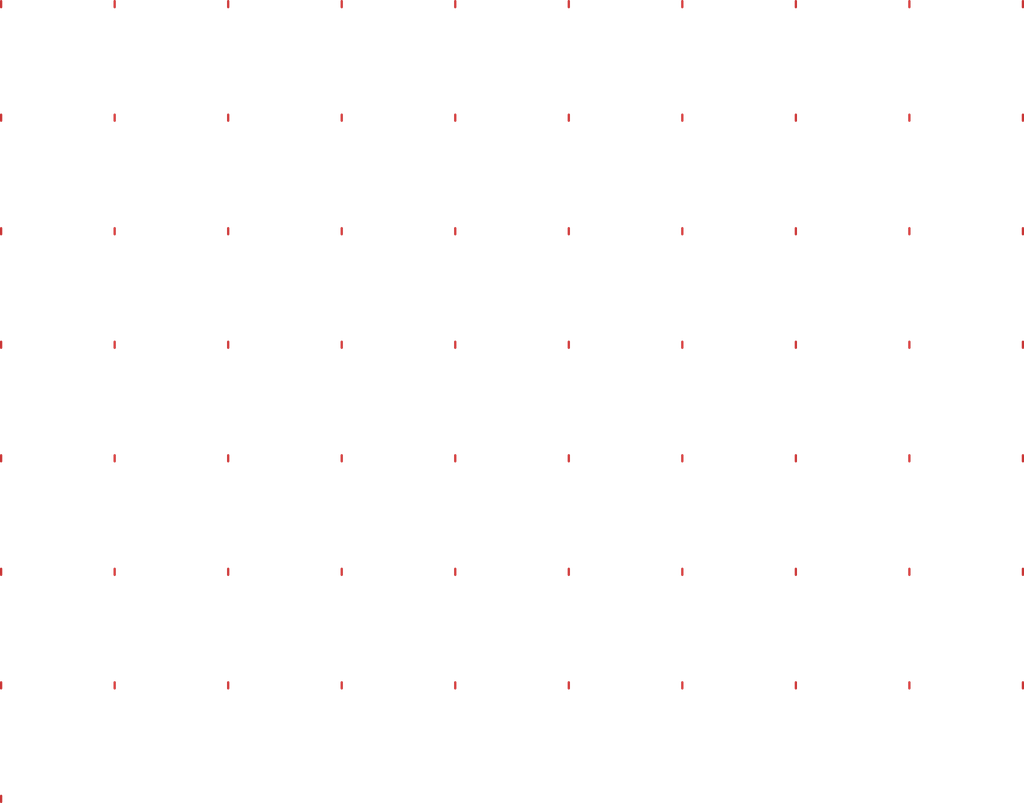
<source format=kicad_pcb>
  (kicad_pcb (version 4) (host pcbnew "(2014-07-21 BZR 5016)-product")

  (general
    (links 0)
    (no_connects 0)
    (area 0 0 0 0)
    (thickness 1.6)
    (drawings 1)
    (tracks 0)
    (zones 0)
    (modules 42)
    (nets 2)
  )

  (page A4)
  (layers
    (0 F.Cu signal)
	(1 In1.Cu signal)
    (2 In2.Cu power)
    (3 In3.Cu power)
    (4 In4.Cu signal)
    (5 In5.Cu signal)
    (6 In6.Cu signal)
    (7 In7.Cu signal)
    (8 In8.Cu signal)
    (31 B.Cu signal)
    (32 B.Adhes user)
    (33 F.Adhes user)
    (34 B.Paste user)
    (35 F.Paste user)
    (36 B.SilkS user)
    (37 F.SilkS user)
    (38 B.Mask user)
    (39 F.Mask user)
    (40 Dwgs.User user)
    (41 Cmts.User user)
    (42 Eco1.User user)
    (43 Eco2.User user)
    (44 Edge.Cuts user)
    (45 Margin user)
    (46 B.CrtYd user)
    (47 F.CrtYd user)
    (48 B.Fab user)
    (49 F.Fab user)

  )

  (setup
    (last_trace_width 0.254)
    (trace_clearance 0.127)
    (zone_clearance 0.0144)
    (zone_45_only no)
    (trace_min 0.254)
    (segment_width 0.2)
    (edge_width 0.1)
    (via_size 0.889)
    (via_drill 0.635)
    (via_min_size 0.889)
    (via_min_drill 0.508)
    (uvia_size 0.508)
    (uvia_drill 0.127)
    (uvias_allowed no)
    (uvia_min_size 0.508)
    (uvia_min_drill 0.127)
    (pcb_text_width 0.3)
    (pcb_text_size 1.5 1.5)
    (mod_edge_width 0.15)
    (mod_text_size 1 1)
    (mod_text_width 0.15)
    (pad_size 1.5 1.5)
    (pad_drill 0.6)
    (pad_to_mask_clearance 0)
    (aux_axis_origin 0 0)
    (visible_elements 7FFFF77F)
    (pcbplotparams
      (layerselection 262143)
      (usegerberextensions false)
      (excludeedgelayer true)
      (linewidth 0.100000)
      (plotframeref false)
      (viasonmask false)
      (mode 1)
      (useauxorigin false)
      (hpglpennumber 1)
      (hpglpenspeed 20)
      (hpglpendiameter 15)
      (hpglpenoverlay 2)
      (psnegative false)
      (psa4output false)
      (plotreference true)
      (plotvalue true)
      (plotinvisibletext false)
      (padsonsilk false)
      (subtractmaskfromsilk false)
      (outputformat 1)
      (mirror false)
      (drillshape 0)
      (scaleselection 1)
      (outputdirectory "GerberOutput/"))
  )

  (net 0 "")
  (net 1 "Net1")
  
  (net_class Default "This is the default net class."
    (clearance 0.254)
    (trace_width 0.254)
    (via_dia 0.889)
    (via_drill 0.635)
    (uvia_dia 0.508)
    (uvia_drill 0.127)
	(add_net Net1)
  )
  (module A0 (layer F.Cu) (tedit 4289BEAB) (tstamp 539EEDBF)
    (at 30 30)
    (path /539EEC0F)
    (attr smd)
	(model "./wrlshp/01772D3C-313F.wrl"
      (at (xyz 0 0 0))
      (scale (xyz 1 1 1))
      (rotate (xyz 0 0 0))
    )
    (pad "1" smd oval (at 0.0 0.0) (size 0.60000 2.20000) 
      (layers F.Cu F.Mask F.Paste)
    )
  )
  (module A1 (layer F.Cu) (tedit 4289BEAB) (tstamp 539EEDBF)
    (at 60 30)
    (path /539EEC0F)
    (attr smd)
	(model "./wrlshp/08C3EA07-A785.wrl"
      (at (xyz 0 0 0))
      (scale (xyz 1 1 1))
      (rotate (xyz 0 0 0))
    )
    (pad "1" smd oval (at 0.0 0.0) (size 0.60000 2.20000) 
      (layers F.Cu F.Mask F.Paste)
    )
  )
  (module A2 (layer F.Cu) (tedit 4289BEAB) (tstamp 539EEDBF)
    (at 90 30)
    (path /539EEC0F)
    (attr smd)
	(model "./wrlshp/11388A2B-FD6D.wrl"
      (at (xyz 0 0 0))
      (scale (xyz 1 1 1))
      (rotate (xyz 0 0 0))
    )
    (pad "1" smd oval (at 0.0 0.0) (size 0.60000 2.20000) 
      (layers F.Cu F.Mask F.Paste)
    )
  )
  (module A3 (layer F.Cu) (tedit 4289BEAB) (tstamp 539EEDBF)
    (at 120 30)
    (path /539EEC0F)
    (attr smd)
	(model "./wrlshp/11F0C4F2-EE3A.wrl"
      (at (xyz 0 0 0))
      (scale (xyz 1 1 1))
      (rotate (xyz 0 0 0))
    )
    (pad "1" smd oval (at 0.0 0.0) (size 0.60000 2.20000) 
      (layers F.Cu F.Mask F.Paste)
    )
  )
  (module A4 (layer F.Cu) (tedit 4289BEAB) (tstamp 539EEDBF)
    (at 150 30)
    (path /539EEC0F)
    (attr smd)
	(model "./wrlshp/12B76F3E-2A67.wrl"
      (at (xyz 0 0 0))
      (scale (xyz 1 1 1))
      (rotate (xyz 0 0 0))
    )
    (pad "1" smd oval (at 0.0 0.0) (size 0.60000 2.20000) 
      (layers F.Cu F.Mask F.Paste)
    )
  )
  (module A5 (layer F.Cu) (tedit 4289BEAB) (tstamp 539EEDBF)
    (at 180 30)
    (path /539EEC0F)
    (attr smd)
	(model "./wrlshp/155F3765-E716.wrl"
      (at (xyz 0 0 0))
      (scale (xyz 1 1 1))
      (rotate (xyz 0 0 0))
    )
    (pad "1" smd oval (at 0.0 0.0) (size 0.60000 2.20000) 
      (layers F.Cu F.Mask F.Paste)
    )
  )
  (module A6 (layer F.Cu) (tedit 4289BEAB) (tstamp 539EEDBF)
    (at 210 30)
    (path /539EEC0F)
    (attr smd)
	(model "./wrlshp/21136155-72E1.wrl"
      (at (xyz 0 0 0))
      (scale (xyz 1 1 1))
      (rotate (xyz 0 0 0))
    )
    (pad "1" smd oval (at 0.0 0.0) (size 0.60000 2.20000) 
      (layers F.Cu F.Mask F.Paste)
    )
  )
  (module A7 (layer F.Cu) (tedit 4289BEAB) (tstamp 539EEDBF)
    (at 240 30)
    (path /539EEC0F)
    (attr smd)
	(model "./wrlshp/2AB2AF2B-8E8B.wrl"
      (at (xyz 0 0 0))
      (scale (xyz 1 1 1))
      (rotate (xyz 0 0 0))
    )
    (pad "1" smd oval (at 0.0 0.0) (size 0.60000 2.20000) 
      (layers F.Cu F.Mask F.Paste)
    )
  )
  (module A8 (layer F.Cu) (tedit 4289BEAB) (tstamp 539EEDBF)
    (at 270 30)
    (path /539EEC0F)
    (attr smd)
	(model "./wrlshp/2EE96B7D-6C40.wrl"
      (at (xyz 0 0 0))
      (scale (xyz 1 1 1))
      (rotate (xyz 0 0 0))
    )
    (pad "1" smd oval (at 0.0 0.0) (size 0.60000 2.20000) 
      (layers F.Cu F.Mask F.Paste)
    )
  )
  (module A9 (layer F.Cu) (tedit 4289BEAB) (tstamp 539EEDBF)
    (at 300 30)
    (path /539EEC0F)
    (attr smd)
	(model "./wrlshp/32537990-D010.wrl"
      (at (xyz 0 0 0))
      (scale (xyz 1 1 1))
      (rotate (xyz 0 0 0))
    )
    (pad "1" smd oval (at 0.0 0.0) (size 0.60000 2.20000) 
      (layers F.Cu F.Mask F.Paste)
    )
  )
  (module A10 (layer F.Cu) (tedit 4289BEAB) (tstamp 539EEDBF)
    (at 30 60)
    (path /539EEC0F)
    (attr smd)
	(model "./wrlshp/3CB60973-2F8E.wrl"
      (at (xyz 0 0 0))
      (scale (xyz 1 1 1))
      (rotate (xyz 0 0 0))
    )
    (pad "1" smd oval (at 0.0 0.0) (size 0.60000 2.20000) 
      (layers F.Cu F.Mask F.Paste)
    )
  )
  (module A11 (layer F.Cu) (tedit 4289BEAB) (tstamp 539EEDBF)
    (at 60 60)
    (path /539EEC0F)
    (attr smd)
	(model "./wrlshp/3F59AEDA-A31C.wrl"
      (at (xyz 0 0 0))
      (scale (xyz 1 1 1))
      (rotate (xyz 0 0 0))
    )
    (pad "1" smd oval (at 0.0 0.0) (size 0.60000 2.20000) 
      (layers F.Cu F.Mask F.Paste)
    )
  )
  (module A12 (layer F.Cu) (tedit 4289BEAB) (tstamp 539EEDBF)
    (at 90 60)
    (path /539EEC0F)
    (attr smd)
	(model "./wrlshp/45160BB6-3A8D.wrl"
      (at (xyz 0 0 0))
      (scale (xyz 1 1 1))
      (rotate (xyz 0 0 0))
    )
    (pad "1" smd oval (at 0.0 0.0) (size 0.60000 2.20000) 
      (layers F.Cu F.Mask F.Paste)
    )
  )
  (module A13 (layer F.Cu) (tedit 4289BEAB) (tstamp 539EEDBF)
    (at 120 60)
    (path /539EEC0F)
    (attr smd)
	(model "./wrlshp/48309471-8899.wrl"
      (at (xyz 0 0 0))
      (scale (xyz 1 1 1))
      (rotate (xyz 0 0 0))
    )
    (pad "1" smd oval (at 0.0 0.0) (size 0.60000 2.20000) 
      (layers F.Cu F.Mask F.Paste)
    )
  )
  (module A14 (layer F.Cu) (tedit 4289BEAB) (tstamp 539EEDBF)
    (at 150 60)
    (path /539EEC0F)
    (attr smd)
	(model "./wrlshp/4FC020B9-7EE6.wrl"
      (at (xyz 0 0 0))
      (scale (xyz 1 1 1))
      (rotate (xyz 0 0 0))
    )
    (pad "1" smd oval (at 0.0 0.0) (size 0.60000 2.20000) 
      (layers F.Cu F.Mask F.Paste)
    )
  )
  (module A15 (layer F.Cu) (tedit 4289BEAB) (tstamp 539EEDBF)
    (at 180 60)
    (path /539EEC0F)
    (attr smd)
	(model "./wrlshp/52F6973C-F357.wrl"
      (at (xyz 0 0 0))
      (scale (xyz 1 1 1))
      (rotate (xyz 0 0 0))
    )
    (pad "1" smd oval (at 0.0 0.0) (size 0.60000 2.20000) 
      (layers F.Cu F.Mask F.Paste)
    )
  )
  (module A16 (layer F.Cu) (tedit 4289BEAB) (tstamp 539EEDBF)
    (at 210 60)
    (path /539EEC0F)
    (attr smd)
	(model "./wrlshp/5AB2B77D-2CB2.wrl"
      (at (xyz 0 0 0))
      (scale (xyz 1 1 1))
      (rotate (xyz 0 0 0))
    )
    (pad "1" smd oval (at 0.0 0.0) (size 0.60000 2.20000) 
      (layers F.Cu F.Mask F.Paste)
    )
  )
  (module A17 (layer F.Cu) (tedit 4289BEAB) (tstamp 539EEDBF)
    (at 240 60)
    (path /539EEC0F)
    (attr smd)
	(model "./wrlshp/60E15DDC-F536.wrl"
      (at (xyz 0 0 0))
      (scale (xyz 1 1 1))
      (rotate (xyz 0 0 0))
    )
    (pad "1" smd oval (at 0.0 0.0) (size 0.60000 2.20000) 
      (layers F.Cu F.Mask F.Paste)
    )
  )
  (module A18 (layer F.Cu) (tedit 4289BEAB) (tstamp 539EEDBF)
    (at 270 60)
    (path /539EEC0F)
    (attr smd)
	(model "./wrlshp/654F4AA5-783A.wrl"
      (at (xyz 0 0 0))
      (scale (xyz 1 1 1))
      (rotate (xyz 0 0 0))
    )
    (pad "1" smd oval (at 0.0 0.0) (size 0.60000 2.20000) 
      (layers F.Cu F.Mask F.Paste)
    )
  )
  (module A19 (layer F.Cu) (tedit 4289BEAB) (tstamp 539EEDBF)
    (at 300 60)
    (path /539EEC0F)
    (attr smd)
	(model "./wrlshp/6A566A9D-4897.wrl"
      (at (xyz 0 0 0))
      (scale (xyz 1 1 1))
      (rotate (xyz 0 0 0))
    )
    (pad "1" smd oval (at 0.0 0.0) (size 0.60000 2.20000) 
      (layers F.Cu F.Mask F.Paste)
    )
  )
  (module A20 (layer F.Cu) (tedit 4289BEAB) (tstamp 539EEDBF)
    (at 30 90)
    (path /539EEC0F)
    (attr smd)
	(model "./wrlshp/6C5BC0AE-9280.wrl"
      (at (xyz 0 0 0))
      (scale (xyz 1 1 1))
      (rotate (xyz 0 0 0))
    )
    (pad "1" smd oval (at 0.0 0.0) (size 0.60000 2.20000) 
      (layers F.Cu F.Mask F.Paste)
    )
  )
  (module A21 (layer F.Cu) (tedit 4289BEAB) (tstamp 539EEDBF)
    (at 60 90)
    (path /539EEC0F)
    (attr smd)
	(model "./wrlshp/6F6712EE-95FA.wrl"
      (at (xyz 0 0 0))
      (scale (xyz 1 1 1))
      (rotate (xyz 0 0 0))
    )
    (pad "1" smd oval (at 0.0 0.0) (size 0.60000 2.20000) 
      (layers F.Cu F.Mask F.Paste)
    )
  )
  (module A22 (layer F.Cu) (tedit 4289BEAB) (tstamp 539EEDBF)
    (at 90 90)
    (path /539EEC0F)
    (attr smd)
	(model "./wrlshp/6FAF946E-2AC8.wrl"
      (at (xyz 0 0 0))
      (scale (xyz 1 1 1))
      (rotate (xyz 0 0 0))
    )
    (pad "1" smd oval (at 0.0 0.0) (size 0.60000 2.20000) 
      (layers F.Cu F.Mask F.Paste)
    )
  )
  (module A23 (layer F.Cu) (tedit 4289BEAB) (tstamp 539EEDBF)
    (at 120 90)
    (path /539EEC0F)
    (attr smd)
	(model "./wrlshp/73220309-2379.wrl"
      (at (xyz 0 0 0))
      (scale (xyz 1 1 1))
      (rotate (xyz 0 0 0))
    )
    (pad "1" smd oval (at 0.0 0.0) (size 0.60000 2.20000) 
      (layers F.Cu F.Mask F.Paste)
    )
  )
  (module A24 (layer F.Cu) (tedit 4289BEAB) (tstamp 539EEDBF)
    (at 150 90)
    (path /539EEC0F)
    (attr smd)
	(model "./wrlshp/75505620-90A0.wrl"
      (at (xyz 0 0 0))
      (scale (xyz 1 1 1))
      (rotate (xyz 0 0 0))
    )
    (pad "1" smd oval (at 0.0 0.0) (size 0.60000 2.20000) 
      (layers F.Cu F.Mask F.Paste)
    )
  )
  (module A25 (layer F.Cu) (tedit 4289BEAB) (tstamp 539EEDBF)
    (at 180 90)
    (path /539EEC0F)
    (attr smd)
	(model "./wrlshp/779CE8C3-8E91.wrl"
      (at (xyz 0 0 0))
      (scale (xyz 1 1 1))
      (rotate (xyz 0 0 0))
    )
    (pad "1" smd oval (at 0.0 0.0) (size 0.60000 2.20000) 
      (layers F.Cu F.Mask F.Paste)
    )
  )
  (module A26 (layer F.Cu) (tedit 4289BEAB) (tstamp 539EEDBF)
    (at 210 90)
    (path /539EEC0F)
    (attr smd)
	(model "./wrlshp/7B950A74-B9D0.wrl"
      (at (xyz 0 0 0))
      (scale (xyz 1 1 1))
      (rotate (xyz 0 0 0))
    )
    (pad "1" smd oval (at 0.0 0.0) (size 0.60000 2.20000) 
      (layers F.Cu F.Mask F.Paste)
    )
  )
  (module A27 (layer F.Cu) (tedit 4289BEAB) (tstamp 539EEDBF)
    (at 240 90)
    (path /539EEC0F)
    (attr smd)
	(model "./wrlshp/80E38C12-0F32.wrl"
      (at (xyz 0 0 0))
      (scale (xyz 1 1 1))
      (rotate (xyz 0 0 0))
    )
    (pad "1" smd oval (at 0.0 0.0) (size 0.60000 2.20000) 
      (layers F.Cu F.Mask F.Paste)
    )
  )
  (module A28 (layer F.Cu) (tedit 4289BEAB) (tstamp 539EEDBF)
    (at 270 90)
    (path /539EEC0F)
    (attr smd)
	(model "./wrlshp/8168DCC0-0231.wrl"
      (at (xyz 0 0 0))
      (scale (xyz 1 1 1))
      (rotate (xyz 0 0 0))
    )
    (pad "1" smd oval (at 0.0 0.0) (size 0.60000 2.20000) 
      (layers F.Cu F.Mask F.Paste)
    )
  )
  (module A29 (layer F.Cu) (tedit 4289BEAB) (tstamp 539EEDBF)
    (at 300 90)
    (path /539EEC0F)
    (attr smd)
	(model "./wrlshp/822D9951-AA17.wrl"
      (at (xyz 0 0 0))
      (scale (xyz 1 1 1))
      (rotate (xyz 0 0 0))
    )
    (pad "1" smd oval (at 0.0 0.0) (size 0.60000 2.20000) 
      (layers F.Cu F.Mask F.Paste)
    )
  )
  (module A30 (layer F.Cu) (tedit 4289BEAB) (tstamp 539EEDBF)
    (at 30 120)
    (path /539EEC0F)
    (attr smd)
	(model "./wrlshp/86A77B2F-9BD2.wrl"
      (at (xyz 0 0 0))
      (scale (xyz 1 1 1))
      (rotate (xyz 0 0 0))
    )
    (pad "1" smd oval (at 0.0 0.0) (size 0.60000 2.20000) 
      (layers F.Cu F.Mask F.Paste)
    )
  )
  (module A31 (layer F.Cu) (tedit 4289BEAB) (tstamp 539EEDBF)
    (at 60 120)
    (path /539EEC0F)
    (attr smd)
	(model "./wrlshp/88AEDF9E-0351.wrl"
      (at (xyz 0 0 0))
      (scale (xyz 1 1 1))
      (rotate (xyz 0 0 0))
    )
    (pad "1" smd oval (at 0.0 0.0) (size 0.60000 2.20000) 
      (layers F.Cu F.Mask F.Paste)
    )
  )
  (module A32 (layer F.Cu) (tedit 4289BEAB) (tstamp 539EEDBF)
    (at 90 120)
    (path /539EEC0F)
    (attr smd)
	(model "./wrlshp/88BF7767-2ED3.wrl"
      (at (xyz 0 0 0))
      (scale (xyz 1 1 1))
      (rotate (xyz 0 0 0))
    )
    (pad "1" smd oval (at 0.0 0.0) (size 0.60000 2.20000) 
      (layers F.Cu F.Mask F.Paste)
    )
  )
  (module A33 (layer F.Cu) (tedit 4289BEAB) (tstamp 539EEDBF)
    (at 120 120)
    (path /539EEC0F)
    (attr smd)
	(model "./wrlshp/8A34D089-E5ED.wrl"
      (at (xyz 0 0 0))
      (scale (xyz 1 1 1))
      (rotate (xyz 0 0 0))
    )
    (pad "1" smd oval (at 0.0 0.0) (size 0.60000 2.20000) 
      (layers F.Cu F.Mask F.Paste)
    )
  )
  (module A34 (layer F.Cu) (tedit 4289BEAB) (tstamp 539EEDBF)
    (at 150 120)
    (path /539EEC0F)
    (attr smd)
	(model "./wrlshp/9086347E-B1E3.wrl"
      (at (xyz 0 0 0))
      (scale (xyz 1 1 1))
      (rotate (xyz 0 0 0))
    )
    (pad "1" smd oval (at 0.0 0.0) (size 0.60000 2.20000) 
      (layers F.Cu F.Mask F.Paste)
    )
  )
  (module A35 (layer F.Cu) (tedit 4289BEAB) (tstamp 539EEDBF)
    (at 180 120)
    (path /539EEC0F)
    (attr smd)
	(model "./wrlshp/94BE1EAE-DE2A.wrl"
      (at (xyz 0 0 0))
      (scale (xyz 1 1 1))
      (rotate (xyz 0 0 0))
    )
    (pad "1" smd oval (at 0.0 0.0) (size 0.60000 2.20000) 
      (layers F.Cu F.Mask F.Paste)
    )
  )
  (module A36 (layer F.Cu) (tedit 4289BEAB) (tstamp 539EEDBF)
    (at 210 120)
    (path /539EEC0F)
    (attr smd)
	(model "./wrlshp/9BCB3C91-194E.wrl"
      (at (xyz 0 0 0))
      (scale (xyz 1 1 1))
      (rotate (xyz 0 0 0))
    )
    (pad "1" smd oval (at 0.0 0.0) (size 0.60000 2.20000) 
      (layers F.Cu F.Mask F.Paste)
    )
  )
  (module A37 (layer F.Cu) (tedit 4289BEAB) (tstamp 539EEDBF)
    (at 240 120)
    (path /539EEC0F)
    (attr smd)
	(model "./wrlshp/9F1EA03D-F207.wrl"
      (at (xyz 0 0 0))
      (scale (xyz 1 1 1))
      (rotate (xyz 0 0 0))
    )
    (pad "1" smd oval (at 0.0 0.0) (size 0.60000 2.20000) 
      (layers F.Cu F.Mask F.Paste)
    )
  )
  (module A38 (layer F.Cu) (tedit 4289BEAB) (tstamp 539EEDBF)
    (at 270 120)
    (path /539EEC0F)
    (attr smd)
	(model "./wrlshp/A0A207CE-D86E.wrl"
      (at (xyz 0 0 0))
      (scale (xyz 1 1 1))
      (rotate (xyz 0 0 0))
    )
    (pad "1" smd oval (at 0.0 0.0) (size 0.60000 2.20000) 
      (layers F.Cu F.Mask F.Paste)
    )
  )
  (module A39 (layer F.Cu) (tedit 4289BEAB) (tstamp 539EEDBF)
    (at 300 120)
    (path /539EEC0F)
    (attr smd)
	(model "./wrlshp/A3152B37-B912.wrl"
      (at (xyz 0 0 0))
      (scale (xyz 1 1 1))
      (rotate (xyz 0 0 0))
    )
    (pad "1" smd oval (at 0.0 0.0) (size 0.60000 2.20000) 
      (layers F.Cu F.Mask F.Paste)
    )
  )
  (module A40 (layer F.Cu) (tedit 4289BEAB) (tstamp 539EEDBF)
    (at 30 150)
    (path /539EEC0F)
    (attr smd)
	(model "./wrlshp/A462660D-FA25.wrl"
      (at (xyz 0 0 0))
      (scale (xyz 1 1 1))
      (rotate (xyz 0 0 0))
    )
    (pad "1" smd oval (at 0.0 0.0) (size 0.60000 2.20000) 
      (layers F.Cu F.Mask F.Paste)
    )
  )
  (module A41 (layer F.Cu) (tedit 4289BEAB) (tstamp 539EEDBF)
    (at 60 150)
    (path /539EEC0F)
    (attr smd)
	(model "./wrlshp/A7684A11-9D22.wrl"
      (at (xyz 0 0 0))
      (scale (xyz 1 1 1))
      (rotate (xyz 0 0 0))
    )
    (pad "1" smd oval (at 0.0 0.0) (size 0.60000 2.20000) 
      (layers F.Cu F.Mask F.Paste)
    )
  )
  (module A42 (layer F.Cu) (tedit 4289BEAB) (tstamp 539EEDBF)
    (at 90 150)
    (path /539EEC0F)
    (attr smd)
	(model "./wrlshp/A8A87A3E-42FD.wrl"
      (at (xyz 0 0 0))
      (scale (xyz 1 1 1))
      (rotate (xyz 0 0 0))
    )
    (pad "1" smd oval (at 0.0 0.0) (size 0.60000 2.20000) 
      (layers F.Cu F.Mask F.Paste)
    )
  )
  (module A43 (layer F.Cu) (tedit 4289BEAB) (tstamp 539EEDBF)
    (at 120 150)
    (path /539EEC0F)
    (attr smd)
	(model "./wrlshp/A92D98A4-022C.wrl"
      (at (xyz 0 0 0))
      (scale (xyz 1 1 1))
      (rotate (xyz 0 0 0))
    )
    (pad "1" smd oval (at 0.0 0.0) (size 0.60000 2.20000) 
      (layers F.Cu F.Mask F.Paste)
    )
  )
  (module A44 (layer F.Cu) (tedit 4289BEAB) (tstamp 539EEDBF)
    (at 150 150)
    (path /539EEC0F)
    (attr smd)
	(model "./wrlshp/A95180FA-FBF5.wrl"
      (at (xyz 0 0 0))
      (scale (xyz 1 1 1))
      (rotate (xyz 0 0 0))
    )
    (pad "1" smd oval (at 0.0 0.0) (size 0.60000 2.20000) 
      (layers F.Cu F.Mask F.Paste)
    )
  )
  (module A45 (layer F.Cu) (tedit 4289BEAB) (tstamp 539EEDBF)
    (at 180 150)
    (path /539EEC0F)
    (attr smd)
	(model "./wrlshp/AEDF900C-A356.wrl"
      (at (xyz 0 0 0))
      (scale (xyz 1 1 1))
      (rotate (xyz 0 0 0))
    )
    (pad "1" smd oval (at 0.0 0.0) (size 0.60000 2.20000) 
      (layers F.Cu F.Mask F.Paste)
    )
  )
  (module A46 (layer F.Cu) (tedit 4289BEAB) (tstamp 539EEDBF)
    (at 210 150)
    (path /539EEC0F)
    (attr smd)
	(model "./wrlshp/B46F2256-B6E6.wrl"
      (at (xyz 0 0 0))
      (scale (xyz 1 1 1))
      (rotate (xyz 0 0 0))
    )
    (pad "1" smd oval (at 0.0 0.0) (size 0.60000 2.20000) 
      (layers F.Cu F.Mask F.Paste)
    )
  )
  (module A47 (layer F.Cu) (tedit 4289BEAB) (tstamp 539EEDBF)
    (at 240 150)
    (path /539EEC0F)
    (attr smd)
	(model "./wrlshp/B716D47A-9D6F.wrl"
      (at (xyz 0 0 0))
      (scale (xyz 1 1 1))
      (rotate (xyz 0 0 0))
    )
    (pad "1" smd oval (at 0.0 0.0) (size 0.60000 2.20000) 
      (layers F.Cu F.Mask F.Paste)
    )
  )
  (module A48 (layer F.Cu) (tedit 4289BEAB) (tstamp 539EEDBF)
    (at 270 150)
    (path /539EEC0F)
    (attr smd)
	(model "./wrlshp/BAA24FD2-2A90.wrl"
      (at (xyz 0 0 0))
      (scale (xyz 1 1 1))
      (rotate (xyz 0 0 0))
    )
    (pad "1" smd oval (at 0.0 0.0) (size 0.60000 2.20000) 
      (layers F.Cu F.Mask F.Paste)
    )
  )
  (module A49 (layer F.Cu) (tedit 4289BEAB) (tstamp 539EEDBF)
    (at 300 150)
    (path /539EEC0F)
    (attr smd)
	(model "./wrlshp/BF887136-ECC4.wrl"
      (at (xyz 0 0 0))
      (scale (xyz 1 1 1))
      (rotate (xyz 0 0 0))
    )
    (pad "1" smd oval (at 0.0 0.0) (size 0.60000 2.20000) 
      (layers F.Cu F.Mask F.Paste)
    )
  )
  (module A50 (layer F.Cu) (tedit 4289BEAB) (tstamp 539EEDBF)
    (at 30 180)
    (path /539EEC0F)
    (attr smd)
	(model "./wrlshp/C00FDC43-167A.wrl"
      (at (xyz 0 0 0))
      (scale (xyz 1 1 1))
      (rotate (xyz 0 0 0))
    )
    (pad "1" smd oval (at 0.0 0.0) (size 0.60000 2.20000) 
      (layers F.Cu F.Mask F.Paste)
    )
  )
  (module A51 (layer F.Cu) (tedit 4289BEAB) (tstamp 539EEDBF)
    (at 60 180)
    (path /539EEC0F)
    (attr smd)
	(model "./wrlshp/C1DC14D4-2FEF.wrl"
      (at (xyz 0 0 0))
      (scale (xyz 1 1 1))
      (rotate (xyz 0 0 0))
    )
    (pad "1" smd oval (at 0.0 0.0) (size 0.60000 2.20000) 
      (layers F.Cu F.Mask F.Paste)
    )
  )
  (module A52 (layer F.Cu) (tedit 4289BEAB) (tstamp 539EEDBF)
    (at 90 180)
    (path /539EEC0F)
    (attr smd)
	(model "./wrlshp/C5E7B3DB-7F53.wrl"
      (at (xyz 0 0 0))
      (scale (xyz 1 1 1))
      (rotate (xyz 0 0 0))
    )
    (pad "1" smd oval (at 0.0 0.0) (size 0.60000 2.20000) 
      (layers F.Cu F.Mask F.Paste)
    )
  )
  (module A53 (layer F.Cu) (tedit 4289BEAB) (tstamp 539EEDBF)
    (at 120 180)
    (path /539EEC0F)
    (attr smd)
	(model "./wrlshp/C7341321-DEE0.wrl"
      (at (xyz 0 0 0))
      (scale (xyz 1 1 1))
      (rotate (xyz 0 0 0))
    )
    (pad "1" smd oval (at 0.0 0.0) (size 0.60000 2.20000) 
      (layers F.Cu F.Mask F.Paste)
    )
  )
  (module A54 (layer F.Cu) (tedit 4289BEAB) (tstamp 539EEDBF)
    (at 150 180)
    (path /539EEC0F)
    (attr smd)
	(model "./wrlshp/C7B4BEB6-A069.wrl"
      (at (xyz 0 0 0))
      (scale (xyz 1 1 1))
      (rotate (xyz 0 0 0))
    )
    (pad "1" smd oval (at 0.0 0.0) (size 0.60000 2.20000) 
      (layers F.Cu F.Mask F.Paste)
    )
  )
  (module A55 (layer F.Cu) (tedit 4289BEAB) (tstamp 539EEDBF)
    (at 180 180)
    (path /539EEC0F)
    (attr smd)
	(model "./wrlshp/CAF6BDC8-4424.wrl"
      (at (xyz 0 0 0))
      (scale (xyz 1 1 1))
      (rotate (xyz 0 0 0))
    )
    (pad "1" smd oval (at 0.0 0.0) (size 0.60000 2.20000) 
      (layers F.Cu F.Mask F.Paste)
    )
  )
  (module A56 (layer F.Cu) (tedit 4289BEAB) (tstamp 539EEDBF)
    (at 210 180)
    (path /539EEC0F)
    (attr smd)
	(model "./wrlshp/D26A8E27-6490.wrl"
      (at (xyz 0 0 0))
      (scale (xyz 1 1 1))
      (rotate (xyz 0 0 0))
    )
    (pad "1" smd oval (at 0.0 0.0) (size 0.60000 2.20000) 
      (layers F.Cu F.Mask F.Paste)
    )
  )
  (module A57 (layer F.Cu) (tedit 4289BEAB) (tstamp 539EEDBF)
    (at 240 180)
    (path /539EEC0F)
    (attr smd)
	(model "./wrlshp/D6BA3E1D-6BBD.wrl"
      (at (xyz 0 0 0))
      (scale (xyz 1 1 1))
      (rotate (xyz 0 0 0))
    )
    (pad "1" smd oval (at 0.0 0.0) (size 0.60000 2.20000) 
      (layers F.Cu F.Mask F.Paste)
    )
  )
  (module A58 (layer F.Cu) (tedit 4289BEAB) (tstamp 539EEDBF)
    (at 270 180)
    (path /539EEC0F)
    (attr smd)
	(model "./wrlshp/E2A653F1-B7C7.wrl"
      (at (xyz 0 0 0))
      (scale (xyz 1 1 1))
      (rotate (xyz 0 0 0))
    )
    (pad "1" smd oval (at 0.0 0.0) (size 0.60000 2.20000) 
      (layers F.Cu F.Mask F.Paste)
    )
  )
  (module A59 (layer F.Cu) (tedit 4289BEAB) (tstamp 539EEDBF)
    (at 300 180)
    (path /539EEC0F)
    (attr smd)
	(model "./wrlshp/E3F50AA2-2126.wrl"
      (at (xyz 0 0 0))
      (scale (xyz 1 1 1))
      (rotate (xyz 0 0 0))
    )
    (pad "1" smd oval (at 0.0 0.0) (size 0.60000 2.20000) 
      (layers F.Cu F.Mask F.Paste)
    )
  )
  (module A60 (layer F.Cu) (tedit 4289BEAB) (tstamp 539EEDBF)
    (at 30 210)
    (path /539EEC0F)
    (attr smd)
	(model "./wrlshp/E82409AB-5C8B.wrl"
      (at (xyz 0 0 0))
      (scale (xyz 1 1 1))
      (rotate (xyz 0 0 0))
    )
    (pad "1" smd oval (at 0.0 0.0) (size 0.60000 2.20000) 
      (layers F.Cu F.Mask F.Paste)
    )
  )
  (module A61 (layer F.Cu) (tedit 4289BEAB) (tstamp 539EEDBF)
    (at 60 210)
    (path /539EEC0F)
    (attr smd)
	(model "./wrlshp/EDD6EC3E-BA36.wrl"
      (at (xyz 0 0 0))
      (scale (xyz 1 1 1))
      (rotate (xyz 0 0 0))
    )
    (pad "1" smd oval (at 0.0 0.0) (size 0.60000 2.20000) 
      (layers F.Cu F.Mask F.Paste)
    )
  )
  (module A62 (layer F.Cu) (tedit 4289BEAB) (tstamp 539EEDBF)
    (at 90 210)
    (path /539EEC0F)
    (attr smd)
	(model "./wrlshp/EEFC2633-5049.wrl"
      (at (xyz 0 0 0))
      (scale (xyz 1 1 1))
      (rotate (xyz 0 0 0))
    )
    (pad "1" smd oval (at 0.0 0.0) (size 0.60000 2.20000) 
      (layers F.Cu F.Mask F.Paste)
    )
  )
  (module A63 (layer F.Cu) (tedit 4289BEAB) (tstamp 539EEDBF)
    (at 120 210)
    (path /539EEC0F)
    (attr smd)
	(model "./wrlshp/F5231223-E896.wrl"
      (at (xyz 0 0 0))
      (scale (xyz 1 1 1))
      (rotate (xyz 0 0 0))
    )
    (pad "1" smd oval (at 0.0 0.0) (size 0.60000 2.20000) 
      (layers F.Cu F.Mask F.Paste)
    )
  )
  (module A64 (layer F.Cu) (tedit 4289BEAB) (tstamp 539EEDBF)
    (at 150 210)
    (path /539EEC0F)
    (attr smd)
	(model "./wrlshp/F9D2EFA5-DCEF.wrl"
      (at (xyz 0 0 0))
      (scale (xyz 1 1 1))
      (rotate (xyz 0 0 0))
    )
    (pad "1" smd oval (at 0.0 0.0) (size 0.60000 2.20000) 
      (layers F.Cu F.Mask F.Paste)
    )
  )
  (module A65 (layer F.Cu) (tedit 4289BEAB) (tstamp 539EEDBF)
    (at 180 210)
    (path /539EEC0F)
    (attr smd)
	(model "./wrlshp/FBD17C87-BED6.wrl"
      (at (xyz 0 0 0))
      (scale (xyz 1 1 1))
      (rotate (xyz 0 0 0))
    )
    (pad "1" smd oval (at 0.0 0.0) (size 0.60000 2.20000) 
      (layers F.Cu F.Mask F.Paste)
    )
  )
  (module A66 (layer F.Cu) (tedit 4289BEAB) (tstamp 539EEDBF)
    (at 210 210)
    (path /539EEC0F)
    (attr smd)
	(model "./wrlshp/FBFA1834-CA06.wrl"
      (at (xyz 0 0 0))
      (scale (xyz 1 1 1))
      (rotate (xyz 0 0 0))
    )
    (pad "1" smd oval (at 0.0 0.0) (size 0.60000 2.20000) 
      (layers F.Cu F.Mask F.Paste)
    )
  )
  (module A67 (layer F.Cu) (tedit 4289BEAB) (tstamp 539EEDBF)
    (at 240 210)
    (path /539EEC0F)
    (attr smd)
	(model "./wrlshp/FDA8C8FA-DBCF.wrl"
      (at (xyz 0 0 0))
      (scale (xyz 1 1 1))
      (rotate (xyz 0 0 0))
    )
    (pad "1" smd oval (at 0.0 0.0) (size 0.60000 2.20000) 
      (layers F.Cu F.Mask F.Paste)
    )
  )
  (module A68 (layer F.Cu) (tedit 4289BEAB) (tstamp 539EEDBF)
    (at 270 210)
    (path /539EEC0F)
    (attr smd)
	(model "./wrlshp/FDCD69C3-93FE.wrl"
      (at (xyz 0 0 0))
      (scale (xyz 1 1 1))
      (rotate (xyz 0 0 0))
    )
    (pad "1" smd oval (at 0.0 0.0) (size 0.60000 2.20000) 
      (layers F.Cu F.Mask F.Paste)
    )
  )
  (module A69 (layer F.Cu) (tedit 4289BEAB) (tstamp 539EEDBF)
    (at 300 210)
    (path /539EEC0F)
    (attr smd)
	(model "./wrlshp/FDDD6B72-FB18.wrl"
      (at (xyz 0 0 0))
      (scale (xyz 1 1 1))
      (rotate (xyz 0 0 0))
    )
    (pad "1" smd oval (at 0.0 0.0) (size 0.60000 2.20000) 
      (layers F.Cu F.Mask F.Paste)
    )
  )
  (module A70 (layer F.Cu) (tedit 4289BEAB) (tstamp 539EEDBF)
    (at 30 240)
    (path /539EEC0F)
    (attr smd)
	(model "./wrlshp/FFB45933-4CBB.wrl"
      (at (xyz 0 0 0))
      (scale (xyz 1 1 1))
      (rotate (xyz 0 0 0))
    )
    (pad "1" smd oval (at 0.0 0.0) (size 0.60000 2.20000) 
      (layers F.Cu F.Mask F.Paste)
    )
  )
)

</source>
